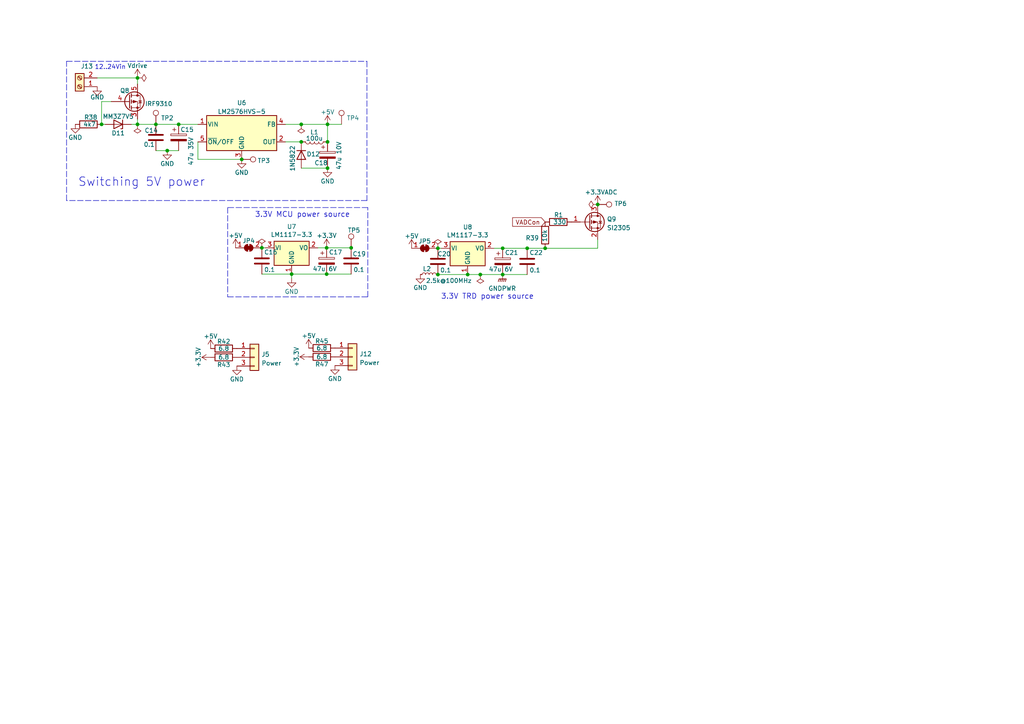
<source format=kicad_sch>
(kicad_sch (version 20211123) (generator eeschema)
  (paper "A4")
  (lib_symbols
    (symbol "Connector:Screw_Terminal_01x02" (pin_names (offset 1.016) hide)
      (property "Reference" "J" (at 0 2.54 0))
      (property "Value" "Screw_Terminal_01x02" (at 0 -5.08 0))
      (symbol "Screw_Terminal_01x02_1_1"
        (rectangle (start -1.27 1.27) (end 1.27 -3.81) (stroke (width 0.254)) (fill (type background)))
        (circle (center 0 -2.54) (radius 0.635) (stroke (width 0.1524)))
        (polyline (pts (xy -0.5334 -2.2098) (xy 0.3302 -3.048)) (stroke (width 0.1524)))
        (polyline (pts (xy -0.5334 0.3302) (xy 0.3302 -0.508)) (stroke (width 0.1524)))
        (polyline (pts (xy -0.3556 -2.032) (xy 0.508 -2.8702)) (stroke (width 0.1524)))
        (polyline (pts (xy -0.3556 0.508) (xy 0.508 -0.3302)) (stroke (width 0.1524)))
        (circle (center 0 0) (radius 0.635) (stroke (width 0.1524)))
        (pin passive line (at -5.08 0 0) (length 3.81) (name "Pin_1") (number "1"))
        (pin passive line (at -5.08 -2.54 0) (length 3.81) (name "Pin_2") (number "2"))
      )
    )
    (symbol "Connector:TestPoint" (pin_numbers hide) (pin_names (offset 0.762) hide)
      (property "Reference" "TP" (at 0 6.858 0))
      (property "Value" "TestPoint" (at 0 5.08 0))
      (symbol "TestPoint_0_1"
        (circle (center 0 3.302) (radius 0.762))
      )
      (symbol "TestPoint_1_1"
        (pin passive line (at 0 0 90) (length 2.54) (name "1") (number "1"))
      )
    )
    (symbol "Connector_Generic:Conn_01x03" (pin_names (offset 1.016) hide)
      (property "Reference" "J" (at 0 5.08 0))
      (property "Value" "Conn_01x03" (at 0 -5.08 0))
      (symbol "Conn_01x03_1_1"
        (rectangle (start -1.27 -2.413) (end 0 -2.667) (stroke (width 0.1524)))
        (rectangle (start -1.27 0.127) (end 0 -0.127) (stroke (width 0.1524)))
        (rectangle (start -1.27 2.667) (end 0 2.413) (stroke (width 0.1524)))
        (rectangle (start -1.27 3.81) (end 1.27 -3.81) (stroke (width 0.254)) (fill (type background)))
        (pin passive line (at -5.08 2.54 0) (length 3.81) (name "Pin_1") (number "1"))
        (pin passive line (at -5.08 0 0) (length 3.81) (name "Pin_2") (number "2"))
        (pin passive line (at -5.08 -2.54 0) (length 3.81) (name "Pin_3") (number "3"))
      )
    )
    (symbol "Device:C" (pin_numbers hide) (pin_names (offset 0.254))
      (property "Reference" "C" (at 0.635 2.54 0))
      (property "Value" "C" (at 0.635 -2.54 0))
      (symbol "C_0_1"
        (polyline (pts (xy -2.032 -0.762) (xy 2.032 -0.762)) (stroke (width 0.508)))
        (polyline (pts (xy -2.032 0.762) (xy 2.032 0.762)) (stroke (width 0.508)))
      )
      (symbol "C_1_1"
        (pin passive line (at 0 3.81 270) (length 2.794) (name "~") (number "1"))
        (pin passive line (at 0 -3.81 90) (length 2.794) (name "~") (number "2"))
      )
    )
    (symbol "Device:C_Polarized" (pin_numbers hide) (pin_names (offset 0.254))
      (property "Reference" "C" (at 0.635 2.54 0))
      (property "Value" "C_Polarized" (at 0.635 -2.54 0))
      (symbol "C_Polarized_0_1"
        (rectangle (start -2.286 0.508) (end 2.286 1.016))
        (polyline (pts (xy -1.778 2.286) (xy -0.762 2.286)))
        (polyline (pts (xy -1.27 2.794) (xy -1.27 1.778)))
        (rectangle (start 2.286 -0.508) (end -2.286 -1.016) (fill (type outline)))
      )
      (symbol "C_Polarized_1_1"
        (pin passive line (at 0 3.81 270) (length 2.794) (name "~") (number "1"))
        (pin passive line (at 0 -3.81 90) (length 2.794) (name "~") (number "2"))
      )
    )
    (symbol "Device:D" (pin_numbers hide) (pin_names (offset 1.016) hide)
      (property "Reference" "D" (at 0 2.54 0))
      (property "Value" "D" (at 0 -2.54 0))
      (symbol "D_0_1"
        (polyline (pts (xy -1.27 1.27) (xy -1.27 -1.27)) (stroke (width 0.254)))
        (polyline (pts (xy 1.27 0) (xy -1.27 0)))
        (polyline (pts (xy 1.27 1.27) (xy 1.27 -1.27) (xy -1.27 0) (xy 1.27 1.27)) (stroke (width 0.254)))
      )
      (symbol "D_1_1"
        (pin passive line (at -3.81 0 0) (length 2.54) (name "K") (number "1"))
        (pin passive line (at 3.81 0 180) (length 2.54) (name "A") (number "2"))
      )
    )
    (symbol "Device:D_Zener" (pin_numbers hide) (pin_names (offset 1.016) hide)
      (property "Reference" "D" (at 0 2.54 0))
      (property "Value" "D_Zener" (at 0 -2.54 0))
      (symbol "D_Zener_0_1"
        (polyline (pts (xy 1.27 0) (xy -1.27 0)))
        (polyline (pts (xy -1.27 -1.27) (xy -1.27 1.27) (xy -0.762 1.27)) (stroke (width 0.254)))
        (polyline (pts (xy 1.27 -1.27) (xy 1.27 1.27) (xy -1.27 0) (xy 1.27 -1.27)) (stroke (width 0.254)))
      )
      (symbol "D_Zener_1_1"
        (pin passive line (at -3.81 0 0) (length 2.54) (name "K") (number "1"))
        (pin passive line (at 3.81 0 180) (length 2.54) (name "A") (number "2"))
      )
    )
    (symbol "Device:L" (pin_numbers hide) (pin_names (offset 1.016) hide)
      (property "Reference" "L" (at -1.27 0 90))
      (property "Value" "L" (at 1.905 0 90))
      (symbol "L_0_1"
        (arc (start 0 -2.54) (mid 0.635 -1.905) (end 0 -1.27))
        (arc (start 0 -1.27) (mid 0.635 -0.635) (end 0 0))
        (arc (start 0 0) (mid 0.635 0.635) (end 0 1.27))
        (arc (start 0 1.27) (mid 0.635 1.905) (end 0 2.54))
      )
      (symbol "L_1_1"
        (pin passive line (at 0 3.81 270) (length 1.27) (name "1") (number "1"))
        (pin passive line (at 0 -3.81 90) (length 1.27) (name "2") (number "2"))
      )
    )
    (symbol "Device:L_Small" (pin_numbers hide) (pin_names (offset 0.254) hide)
      (property "Reference" "L" (at 0.762 1.016 0))
      (property "Value" "L_Small" (at 0.762 -1.016 0))
      (symbol "L_Small_0_1"
        (arc (start 0 -2.032) (mid 0.508 -1.524) (end 0 -1.016))
        (arc (start 0 -1.016) (mid 0.508 -0.508) (end 0 0))
        (arc (start 0 0) (mid 0.508 0.508) (end 0 1.016))
        (arc (start 0 1.016) (mid 0.508 1.524) (end 0 2.032))
      )
      (symbol "L_Small_1_1"
        (pin passive line (at 0 2.54 270) (length 0.508) (name "~") (number "1"))
        (pin passive line (at 0 -2.54 90) (length 0.508) (name "~") (number "2"))
      )
    )
    (symbol "Device:Q_PMOS_GSD" (pin_names (offset 0) hide)
      (property "Reference" "Q" (at 5.08 1.27 0))
      (property "Value" "Q_PMOS_GSD" (at 5.08 -1.27 0))
      (symbol "Q_PMOS_GSD_0_1"
        (polyline (pts (xy 0.254 0) (xy -2.54 0)))
        (polyline (pts (xy 0.254 1.905) (xy 0.254 -1.905)) (stroke (width 0.254)))
        (polyline (pts (xy 0.762 -1.27) (xy 0.762 -2.286)) (stroke (width 0.254)))
        (polyline (pts (xy 0.762 0.508) (xy 0.762 -0.508)) (stroke (width 0.254)))
        (polyline (pts (xy 0.762 2.286) (xy 0.762 1.27)) (stroke (width 0.254)))
        (polyline (pts (xy 2.54 2.54) (xy 2.54 1.778)))
        (polyline (pts (xy 2.54 -2.54) (xy 2.54 0) (xy 0.762 0)))
        (polyline (pts (xy 0.762 1.778) (xy 3.302 1.778) (xy 3.302 -1.778) (xy 0.762 -1.778)))
        (polyline (pts (xy 2.286 0) (xy 1.27 0.381) (xy 1.27 -0.381) (xy 2.286 0)) (fill (type outline)))
        (polyline (pts (xy 2.794 -0.508) (xy 2.921 -0.381) (xy 3.683 -0.381) (xy 3.81 -0.254)))
        (polyline (pts (xy 3.302 -0.381) (xy 2.921 0.254) (xy 3.683 0.254) (xy 3.302 -0.381)))
        (circle (center 1.651 0) (radius 2.794) (stroke (width 0.254)))
        (circle (center 2.54 -1.778) (radius 0.254) (fill (type outline)))
        (circle (center 2.54 1.778) (radius 0.254) (fill (type outline)))
      )
      (symbol "Q_PMOS_GSD_1_1"
        (pin input line (at -5.08 0 0) (length 2.54) (name "G") (number "1"))
        (pin passive line (at 2.54 -5.08 90) (length 2.54) (name "S") (number "2"))
        (pin passive line (at 2.54 5.08 270) (length 2.54) (name "D") (number "3"))
      )
    )
    (symbol "Device:R" (pin_numbers hide) (pin_names (offset 0))
      (property "Reference" "R" (at 2.032 0 90))
      (property "Value" "R" (at 0 0 90))
      (symbol "R_0_1"
        (rectangle (start -1.016 -2.54) (end 1.016 2.54) (stroke (width 0.254)))
      )
      (symbol "R_1_1"
        (pin passive line (at 0 3.81 270) (length 1.27) (name "~") (number "1"))
        (pin passive line (at 0 -3.81 90) (length 1.27) (name "~") (number "2"))
      )
    )
    (symbol "Jumper:SolderJumper_2_Bridged" (pin_names (offset 0) hide)
      (property "Reference" "JP" (at 0 2.032 0))
      (property "Value" "SolderJumper_2_Bridged" (at 0 -2.54 0))
      (symbol "SolderJumper_2_Bridged_0_1"
        (rectangle (start -0.508 0.508) (end 0.508 -0.508) (fill (type outline)))
        (arc (start -0.254 1.016) (mid -1.27 0) (end -0.254 -1.016))
        (arc (start -0.254 1.016) (mid -1.27 0) (end -0.254 -1.016) (fill (type outline)))
        (polyline (pts (xy -0.254 1.016) (xy -0.254 -1.016)))
        (polyline (pts (xy 0.254 1.016) (xy 0.254 -1.016)))
        (arc (start 0.254 -1.016) (mid 1.27 0) (end 0.254 1.016))
        (arc (start 0.254 -1.016) (mid 1.27 0) (end 0.254 1.016) (fill (type outline)))
      )
      (symbol "SolderJumper_2_Bridged_1_1"
        (pin passive line (at -3.81 0 0) (length 2.54) (name "A") (number "1"))
        (pin passive line (at 3.81 0 180) (length 2.54) (name "B") (number "2"))
      )
    )
    (symbol "Regulator_Linear:LM1117-3.3" (pin_names (offset 0.254))
      (property "Reference" "U" (at -3.81 3.175 0))
      (property "Value" "LM1117-3.3" (at 0 3.175 0))
      (symbol "LM1117-3.3_0_1"
        (rectangle (start -5.08 -5.08) (end 5.08 1.905) (stroke (width 0.254)) (fill (type background)))
      )
      (symbol "LM1117-3.3_1_1"
        (pin power_in line (at 0 -7.62 90) (length 2.54) (name "GND") (number "1"))
        (pin power_out line (at 7.62 0 180) (length 2.54) (name "VO") (number "2"))
        (pin power_in line (at -7.62 0 0) (length 2.54) (name "VI") (number "3"))
      )
    )
    (symbol "Regulator_Switching:LM2576HVS-5" (pin_names (offset 0.254))
      (property "Reference" "U" (at -10.16 6.35 0))
      (property "Value" "LM2576HVS-5" (at 0 6.35 0))
      (symbol "LM2576HVS-5_0_1"
        (rectangle (start -10.16 5.08) (end 10.16 -5.08) (stroke (width 0.254)) (fill (type background)))
      )
      (symbol "LM2576HVS-5_1_1"
        (pin power_in line (at -12.7 2.54 0) (length 2.54) (name "VIN") (number "1"))
        (pin output line (at 12.7 -2.54 180) (length 2.54) (name "OUT") (number "2"))
        (pin power_in line (at 0 -7.62 90) (length 2.54) (name "GND") (number "3"))
        (pin input line (at 12.7 2.54 180) (length 2.54) (name "FB") (number "4"))
        (pin input line (at -12.7 -2.54 0) (length 2.54) (name "~{ON}/OFF") (number "5"))
      )
    )
    (symbol "elements:IRF9310" (pin_names (offset 0) hide)
      (property "Reference" "Q" (at 5.08 1.27 0))
      (property "Value" "IRF9310" (at 5.08 -1.27 0))
      (symbol "IRF9310_0_1"
        (polyline (pts (xy 0.0508 0) (xy 0.254 0)))
        (polyline (pts (xy 0.762 -1.778) (xy 2.54 -1.778)))
        (polyline (pts (xy 0.762 -1.27) (xy 0.762 -2.286)) (stroke (width 0.254)))
        (polyline (pts (xy 0.762 0) (xy 2.54 0)))
        (polyline (pts (xy 0.762 0.508) (xy 0.762 -0.508)) (stroke (width 0.254)))
        (polyline (pts (xy 0.762 1.778) (xy 2.54 1.778)))
        (polyline (pts (xy 0.762 2.286) (xy 0.762 1.27)) (stroke (width 0.254)))
        (polyline (pts (xy 2.54 -1.778) (xy 2.54 -2.54)))
        (polyline (pts (xy 2.54 -1.778) (xy 2.54 0)))
        (polyline (pts (xy 2.54 2.54) (xy 2.54 1.778)))
        (polyline (pts (xy 0.254 1.905) (xy 0.254 -1.905) (xy 0.254 -1.905)) (stroke (width 0.254)))
        (polyline (pts (xy 2.286 0) (xy 1.27 -0.381) (xy 1.27 0.381) (xy 2.286 0)) (fill (type outline)))
        (polyline (pts (xy 2.54 -1.778) (xy 3.302 -1.778) (xy 3.302 1.778) (xy 2.54 1.778)))
        (polyline (pts (xy 2.794 -0.508) (xy 2.921 -0.381) (xy 3.683 -0.381) (xy 3.81 -0.254)))
        (polyline (pts (xy 3.302 -0.381) (xy 2.921 0.254) (xy 3.683 0.254) (xy 3.302 -0.381)))
        (circle (center 1.651 0) (radius 2.8194) (stroke (width 0.254)))
        (circle (center 2.54 -1.778) (radius 0.2794) (fill (type outline)))
        (circle (center 2.54 1.778) (radius 0.2794) (fill (type outline)))
      )
      (symbol "IRF9310_1_1"
        (pin passive line (at 2.54 -5.08 90) (length 2.54) hide (name "S") (number "1"))
        (pin passive line (at 2.54 -5.08 90) (length 2.54) hide (name "S") (number "2"))
        (pin passive line (at 2.54 -5.08 90) (length 2.54) (name "S") (number "3"))
        (pin input line (at -5.08 0 0) (length 5.08) (name "G") (number "4"))
        (pin passive line (at 2.54 5.08 270) (length 2.54) (name "D") (number "5"))
        (pin passive line (at 2.54 5.08 270) (length 2.54) hide (name "D") (number "6"))
        (pin passive line (at 2.54 5.08 270) (length 2.54) hide (name "D") (number "7"))
        (pin passive line (at 2.54 5.08 270) (length 2.54) hide (name "D") (number "8"))
      )
    )
    (symbol "power:+3.3V" (power) (pin_names (offset 0))
      (property "Value" "+3.3V" (at 0 3.556 0))
      (symbol "+3.3V_0_1"
        (polyline (pts (xy -0.762 1.27) (xy 0 2.54)))
        (polyline (pts (xy 0 0) (xy 0 2.54)))
        (polyline (pts (xy 0 2.54) (xy 0.762 1.27)))
      )
      (symbol "+3.3V_1_1"
        (pin power_in line (at 0 0 90) (length 0) hide (name "+3.3V") (number "1"))
      )
    )
    (symbol "power:+3.3VADC" (power) (pin_names (offset 0))
      (property "Value" "+3.3VADC" (at 0 2.54 0))
      (symbol "+3.3VADC_0_0"
        (pin power_in line (at 0 0 90) (length 0) hide (name "+3.3VADC") (number "1"))
      )
      (symbol "+3.3VADC_0_1"
        (polyline (pts (xy -0.762 1.27) (xy 0 2.54)))
        (polyline (pts (xy 0 0) (xy 0 2.54)))
        (polyline (pts (xy 0 2.54) (xy 0.762 1.27)))
      )
    )
    (symbol "power:+5V" (power) (pin_names (offset 0))
      (property "Value" "+5V" (at 0 3.556 0))
      (symbol "+5V_0_1"
        (polyline (pts (xy -0.762 1.27) (xy 0 2.54)))
        (polyline (pts (xy 0 0) (xy 0 2.54)))
        (polyline (pts (xy 0 2.54) (xy 0.762 1.27)))
      )
      (symbol "+5V_1_1"
        (pin power_in line (at 0 0 90) (length 0) hide (name "+5V") (number "1"))
      )
    )
    (symbol "power:GND" (power) (pin_names (offset 0))
      (property "Value" "GND" (at 0 -3.81 0))
      (symbol "GND_0_1"
        (polyline (pts (xy 0 0) (xy 0 -1.27) (xy 1.27 -1.27) (xy 0 -2.54) (xy -1.27 -1.27) (xy 0 -1.27)))
      )
      (symbol "GND_1_1"
        (pin power_in line (at 0 0 270) (length 0) hide (name "GND") (number "1"))
      )
    )
    (symbol "power:GNDPWR" (power) (pin_names (offset 0))
      (property "Value" "GNDPWR" (at 0 -3.302 0))
      (symbol "GNDPWR_0_1"
        (polyline (pts (xy 0 -1.27) (xy 0 0)))
        (polyline (pts (xy -1.016 -1.27) (xy -1.27 -2.032) (xy -1.27 -2.032)) (stroke (width 0.2032)))
        (polyline (pts (xy -0.508 -1.27) (xy -0.762 -2.032) (xy -0.762 -2.032)) (stroke (width 0.2032)))
        (polyline (pts (xy 0 -1.27) (xy -0.254 -2.032) (xy -0.254 -2.032)) (stroke (width 0.2032)))
        (polyline (pts (xy 0.508 -1.27) (xy 0.254 -2.032) (xy 0.254 -2.032)) (stroke (width 0.2032)))
        (polyline (pts (xy 1.016 -1.27) (xy -1.016 -1.27) (xy -1.016 -1.27)) (stroke (width 0.2032)))
        (polyline (pts (xy 1.016 -1.27) (xy 0.762 -2.032) (xy 0.762 -2.032) (xy 0.762 -2.032)) (stroke (width 0.2032)))
      )
      (symbol "GNDPWR_1_1"
        (pin power_in line (at 0 0 270) (length 0) hide (name "GNDPWR") (number "1"))
      )
    )
    (symbol "power:PWR_FLAG" (power) (pin_numbers hide) (pin_names (offset 0) hide)
      (property "Value" "PWR_FLAG" (at 0 3.81 0))
      (symbol "PWR_FLAG_0_0"
        (pin power_out line (at 0 0 90) (length 0) (name "pwr") (number "1"))
      )
      (symbol "PWR_FLAG_0_1"
        (polyline (pts (xy 0 0) (xy 0 1.27) (xy -1.016 1.905) (xy 0 2.54) (xy 1.016 1.905) (xy 0 1.27)))
      )
    )
    (symbol "power:Vdrive" (power) (pin_names (offset 0))
      (property "Value" "Vdrive" (at 0 3.81 0))
      (symbol "Vdrive_0_1"
        (polyline (pts (xy -0.762 1.27) (xy 0 2.54)))
        (polyline (pts (xy 0 0) (xy 0 2.54)))
        (polyline (pts (xy 0 2.54) (xy 0.762 1.27)))
      )
      (symbol "Vdrive_1_1"
        (pin power_in line (at 0 0 90) (length 0) hide (name "Vdrive") (number "1"))
      )
    )
  )
  (junction (at 152.908 72.009))
  (junction (at 135.636 79.629))
  (junction (at 127 79.629))
  (junction (at 39.878 36.068))
  (junction (at 75.946 71.882))
  (junction (at 94.742 79.502))
  (junction (at 87.376 36.068))
  (junction (at 45.212 36.068))
  (junction (at 145.796 72.009))
  (junction (at 39.878 22.606))
  (junction (at 94.996 48.768))
  (junction (at 94.996 41.148))
  (junction (at 29.464 36.068))
  (junction (at 173.355 59.309))
  (junction (at 158.115 72.009))
  (junction (at 70.104 46.228))
  (junction (at 139.319 79.629))
  (junction (at 145.796 79.629))
  (junction (at 94.996 36.068))
  (junction (at 51.816 36.068))
  (junction (at 87.376 41.148))
  (junction (at 84.582 79.502))
  (junction (at 48.514 43.688))
  (junction (at 127 72.009))
  (junction (at 94.742 71.882))
  (junction (at 101.854 71.882))
  (polyline (pts (xy 106.68 60.198) (xy 66.04 60.198)))
  (wire (pts (xy 101.854 71.882) (xy 94.742 71.882)))
  (wire (pts (xy 39.878 36.068) (xy 39.878 34.544)))
  (polyline (pts (xy 106.426 58.166) (xy 19.304 58.166)))
  (wire (pts (xy 135.636 79.629) (xy 139.319 79.629)))
  (wire (pts (xy 48.514 43.688) (xy 51.816 43.688)))
  (wire (pts (xy 45.212 43.688) (xy 48.514 43.688)))
  (wire (pts (xy 128.016 72.009) (xy 127 72.009)))
  (wire (pts (xy 152.908 72.009) (xy 145.796 72.009)))
  (wire (pts (xy 75.946 79.502) (xy 84.582 79.502)))
  (wire (pts (xy 152.908 79.629) (xy 145.796 79.629)))
  (wire (pts (xy 94.996 41.148) (xy 94.996 36.068)))
  (wire (pts (xy 152.908 72.009) (xy 158.115 72.009)))
  (wire (pts (xy 127 79.629) (xy 135.636 79.629)))
  (wire (pts (xy 94.996 36.068) (xy 87.376 36.068)))
  (wire (pts (xy 139.319 79.629) (xy 145.796 79.629)))
  (wire (pts (xy 82.804 41.148) (xy 87.376 41.148)))
  (wire (pts (xy 51.816 36.068) (xy 57.404 36.068)))
  (wire (pts (xy 82.804 36.068) (xy 87.376 36.068)))
  (wire (pts (xy 29.464 29.464) (xy 32.258 29.464)))
  (wire (pts (xy 57.404 41.148) (xy 57.404 46.228)))
  (wire (pts (xy 94.996 48.768) (xy 87.376 48.768)))
  (polyline (pts (xy 19.304 58.166) (xy 19.304 17.78)))
  (wire (pts (xy 99.06 36.068) (xy 94.996 36.068)))
  (wire (pts (xy 101.854 79.502) (xy 94.742 79.502)))
  (wire (pts (xy 84.582 79.502) (xy 94.742 79.502)))
  (polyline (pts (xy 66.04 86.106) (xy 106.68 86.106)))
  (polyline (pts (xy 106.68 86.106) (xy 106.68 60.198)))
  (wire (pts (xy 39.878 36.068) (xy 45.212 36.068)))
  (wire (pts (xy 45.212 36.068) (xy 51.816 36.068)))
  (wire (pts (xy 76.962 71.882) (xy 75.946 71.882)))
  (wire (pts (xy 92.202 71.882) (xy 94.742 71.882)))
  (wire (pts (xy 84.582 80.772) (xy 84.582 79.502)))
  (wire (pts (xy 173.355 69.469) (xy 173.355 72.009)))
  (wire (pts (xy 143.256 72.009) (xy 145.796 72.009)))
  (wire (pts (xy 57.404 46.228) (xy 70.104 46.228)))
  (wire (pts (xy 158.115 72.009) (xy 173.355 72.009)))
  (polyline (pts (xy 66.04 60.198) (xy 66.04 86.106)))
  (wire (pts (xy 30.48 36.068) (xy 29.464 36.068)))
  (wire (pts (xy 28.194 22.606) (xy 39.878 22.606)))
  (polyline (pts (xy 19.304 17.78) (xy 106.426 17.78)))
  (polyline (pts (xy 106.426 17.78) (xy 106.426 58.166)))
  (wire (pts (xy 39.878 22.606) (xy 39.878 24.384)))
  (wire (pts (xy 29.464 36.068) (xy 29.464 29.464)))
  (wire (pts (xy 38.1 36.068) (xy 39.878 36.068)))
  (text "Switching 5V power" (at 22.606 54.356 0) (effects (font (size 2.4892 2.4892)) (justify left bottom)))
  (text "3.3V MCU power source" (at 73.914 63.246 0) (effects (font (size 1.524 1.524)) (justify left bottom)))
  (text "12..24Vin" (at 27.432 20.32 0) (effects (font (size 1.27 1.27)) (justify left bottom)))
  (text "3.3V TRD power source" (at 127.889 86.995 0) (effects (font (size 1.524 1.524)) (justify left bottom)))
  (global_label "VADCon" (shape input) (at 158.115 64.389 180) (property "Intersheet References" "${INTERSHEET_REFS}" (effects hide)))
  (symbol (lib_id "elements:IRF9310") (at 37.338 29.464 0) (unit 1)
    (property "Reference" "Q8" (at 34.798 26.289 0) (effects (justify left)))
    (property "Value" "IRF9310" (at 42.037 30.099 0) (effects (justify left)))
    (property "Footprint" "Package_SO:SO-8_3.9x4.9mm_P1.27mm" (effects hide))
  )
  (symbol (lib_id "Device:D") (at 87.376 44.958 270) (unit 1)
    (property "Reference" "D12" (at 88.9 44.704 90) (effects (justify left)))
    (property "Value" "1N5822" (at 84.836 42.164 0) (effects (justify left)))
    (property "Footprint" "Diode_THT:D_DO-201_P3.81mm_Vertical_AnodeUp" (effects hide))
  )
  (symbol (lib_id "Device:C") (at 127 75.819 0) (unit 1)
    (property "Reference" "C20" (at 126.873 73.66 0) (effects (justify left)))
    (property "Value" "0.1" (at 127.635 78.359 0) (effects (justify left)))
    (property "Footprint" "Capacitor_SMD:C_0603_1608Metric_Pad1.08x0.95mm_HandSolder" (effects hide))
  )
  (symbol (lib_id "Jumper:SolderJumper_2_Bridged") (at 72.136 71.882 0) (unit 1)
    (property "Reference" "JP4" (at 72.136 69.8302 0))
    (property "Value" "3v3" (effects hide))
    (property "Footprint" "Jumper:SolderJumper-2_P1.3mm_Open_TrianglePad1.0x1.5mm" (effects hide))
  )
  (symbol (lib_id "power:GND") (at 121.92 79.629 0) (unit 1)
    (property "Reference" "#PWR063" (effects hide))
    (property "Value" "GND" (at 121.92 83.439 0))
  )
  (symbol (lib_id "power:PWR_FLAG") (at 127 72.009 0) (unit 1)
    (property "Reference" "#FLG07" (effects hide))
    (property "Value" "PWR_FLAG" (effects hide))
  )
  (symbol (lib_id "power:+5V") (at 119.38 72.009 0) (unit 1)
    (property "Reference" "#PWR062" (effects hide))
    (property "Value" "+5V" (at 119.38 68.453 0))
  )
  (symbol (lib_id "Device:C_Polarized") (at 94.996 44.958 0) (unit 1)
    (property "Reference" "C18" (at 91.186 47.244 0) (effects (justify left)))
    (property "Value" "47u 10V" (at 98.298 49.276 90) (effects (justify left)))
    (property "Footprint" "Capacitor_Tantalum_SMD:CP_EIA-6032-28_Kemet-C_Pad2.25x2.35mm_HandSolder" (effects hide))
  )
  (symbol (lib_id "power:GND") (at 28.194 25.146 0) (unit 1)
    (property "Reference" "#PWR053" (effects hide))
    (property "Value" "GND" (at 28.194 28.194 0))
  )
  (symbol (lib_id "power:PWR_FLAG") (at 139.319 79.629 180) (unit 1)
    (property "Reference" "#FLG08" (effects hide))
  )
  (symbol (lib_id "Connector_Generic:Conn_01x03") (at 102.235 103.505 0) (unit 1)
    (property "Reference" "J12" (at 104.267 102.6703 0) (effects (justify left)))
    (property "Value" "Power" (at 104.267 105.2072 0) (effects (justify left)))
    (property "Footprint" "Connector_JST:JST_EH_B3B-EH-A_1x03_P2.50mm_Vertical" (effects hide))
  )
  (symbol (lib_id "power:PWR_FLAG") (at 39.878 36.068 180) (unit 1)
    (property "Reference" "#FLG04" (effects hide))
    (property "Value" "PWR_FLAG" (effects hide))
  )
  (symbol (lib_id "Device:R") (at 64.897 101.092 90) (unit 1)
    (property "Reference" "R42" (at 64.897 99.06 90))
    (property "Value" "6.8" (at 64.897 101.092 90))
    (property "Footprint" "Resistor_SMD:R_0603_1608Metric_Pad0.98x0.95mm_HandSolder" (effects hide))
  )
  (symbol (lib_id "power:GND") (at 97.155 106.045 0) (unit 1)
    (property "Reference" "#PWR070" (effects hide))
    (property "Value" "GND" (at 97.155 109.855 0))
  )
  (symbol (lib_id "Device:L_Small") (at 124.46 79.629 90) (unit 1)
    (property "Reference" "L2" (at 123.825 77.978 90))
    (property "Value" "2.5k@100MHz" (at 130.175 81.407 90))
    (property "Footprint" "Inductor_SMD:L_0805_2012Metric_Pad1.15x1.40mm_HandSolder" (effects hide))
  )
  (symbol (lib_id "power:PWR_FLAG") (at 39.878 22.606 270) (unit 1)
    (property "Reference" "#FLG03" (effects hide))
  )
  (symbol (lib_id "Jumper:SolderJumper_2_Bridged") (at 123.19 72.009 0) (unit 1)
    (property "Reference" "JP5" (at 123.19 69.9572 0))
    (property "Value" "Vadc" (effects hide))
    (property "Footprint" "Jumper:SolderJumper-2_P1.3mm_Open_TrianglePad1.0x1.5mm" (effects hide))
  )
  (symbol (lib_id "power:+5V") (at 68.326 71.882 0) (unit 1)
    (property "Reference" "#PWR056" (effects hide))
    (property "Value" "+5V" (at 68.326 68.326 0))
  )
  (symbol (lib_id "Connector:Screw_Terminal_01x02") (at 23.114 25.146 180) (unit 1)
    (property "Reference" "J13" (at 25.1968 19.2278 0))
    (property "Value" "Screw_Terminal_01x02" (effects hide))
    (property "Footprint" "TerminalBlock_Phoenix:TerminalBlock_Phoenix_MKDS-1,5-2_1x02_P5.00mm_Horizontal" (effects hide))
  )
  (symbol (lib_id "Connector:TestPoint") (at 99.06 36.068 0) (unit 1)
    (property "Reference" "TP4" (at 100.5332 34.2392 0) (effects (justify left)))
    (property "Value" "5V" (effects hide))
    (property "Footprint" "TestPoint:TestPoint_THTPad_1.5x1.5mm_Drill0.7mm" (effects hide))
  )
  (symbol (lib_id "power:GND") (at 48.514 43.688 0) (unit 1)
    (property "Reference" "#PWR055" (effects hide))
    (property "Value" "GND" (at 48.514 47.498 0))
  )
  (symbol (lib_id "Device:C") (at 45.212 39.878 0) (unit 1)
    (property "Reference" "C14" (at 41.91 37.846 0) (effects (justify left)))
    (property "Value" "0.1" (at 41.656 41.91 0) (effects (justify left)))
    (property "Footprint" "Capacitor_SMD:C_0603_1608Metric_Pad1.08x0.95mm_HandSolder" (effects hide))
  )
  (symbol (lib_id "power:+5V") (at 89.535 100.965 0) (unit 1)
    (property "Reference" "#PWR067" (effects hide))
    (property "Value" "+5V" (at 89.535 97.409 0))
  )
  (symbol (lib_id "power:GND") (at 21.844 36.068 0) (unit 1)
    (property "Reference" "#PWR052" (effects hide))
    (property "Value" "GND" (at 21.844 39.878 0))
  )
  (symbol (lib_id "Connector:TestPoint") (at 173.355 59.309 270) (unit 1)
    (property "Reference" "TP6" (at 178.181 59.055 90) (effects (justify left)))
    (property "Value" "Vadc" (effects hide))
    (property "Footprint" "TestPoint:TestPoint_THTPad_1.5x1.5mm_Drill0.7mm" (effects hide))
  )
  (symbol (lib_id "power:GNDPWR") (at 145.796 79.629 0) (unit 1)
    (property "Reference" "#PWR064" (effects hide))
    (property "Value" "GNDPWR" (at 145.669 83.666 0))
  )
  (symbol (lib_id "Device:R") (at 25.654 36.068 270) (unit 1)
    (property "Reference" "R38" (at 24.384 34.036 90) (effects (justify left)))
    (property "Value" "4k7" (at 24.13 36.068 90) (effects (justify left)))
    (property "Footprint" "Resistor_SMD:R_0603_1608Metric_Pad0.98x0.95mm_HandSolder" (effects hide))
  )
  (symbol (lib_id "power:PWR_FLAG") (at 87.376 36.068 180) (unit 1)
    (property "Reference" "#FLG06" (effects hide))
    (property "Value" "PWR_FLAG" (effects hide))
  )
  (symbol (lib_id "Device:D_Zener") (at 34.29 36.068 180) (unit 1)
    (property "Reference" "D11" (at 34.29 38.608 0))
    (property "Value" "MM3Z7V5" (at 34.29 33.782 0))
    (property "Footprint" "Diode_SMD:D_0805_2012Metric_Pad1.15x1.40mm_HandSolder" (effects hide))
  )
  (symbol (lib_id "power:+3.3VADC") (at 173.355 59.309 0) (unit 1)
    (property "Reference" "#PWR065" (effects hide))
    (property "Value" "+3.3VADC" (at 174.371 55.753 0))
  )
  (symbol (lib_id "power:+5V") (at 61.087 101.092 0) (unit 1)
    (property "Reference" "#PWR022" (effects hide))
    (property "Value" "+5V" (at 61.087 97.536 0))
  )
  (symbol (lib_id "Connector:TestPoint") (at 101.854 71.882 0) (unit 1)
    (property "Reference" "TP5" (at 100.838 66.802 0) (effects (justify left)))
    (property "Value" "3.3V" (effects hide))
    (property "Footprint" "TestPoint:TestPoint_THTPad_1.5x1.5mm_Drill0.7mm" (effects hide))
  )
  (symbol (lib_id "power:PWR_FLAG") (at 75.946 71.882 0) (unit 1)
    (property "Reference" "#FLG05" (effects hide))
    (property "Value" "PWR_FLAG" (effects hide))
  )
  (symbol (lib_id "Connector:TestPoint") (at 45.212 36.068 0) (unit 1)
    (property "Reference" "TP2" (at 46.6852 34.2392 0) (effects (justify left)))
    (property "Value" "Vin" (effects hide))
    (property "Footprint" "TestPoint:TestPoint_THTPad_1.5x1.5mm_Drill0.7mm" (effects hide))
  )
  (symbol (lib_id "Connector_Generic:Conn_01x03") (at 73.787 103.632 0) (unit 1)
    (property "Reference" "J5" (at 75.819 102.7973 0) (effects (justify left)))
    (property "Value" "Power" (at 75.819 105.3342 0) (effects (justify left)))
    (property "Footprint" "Connector_JST:JST_EH_B3B-EH-A_1x03_P2.50mm_Vertical" (effects hide))
  )
  (symbol (lib_id "Device:R") (at 64.897 103.632 90) (unit 1)
    (property "Reference" "R43" (at 64.897 105.791 90))
    (property "Value" "6.8" (at 64.897 103.632 90))
    (property "Footprint" "Resistor_SMD:R_0603_1608Metric_Pad0.98x0.95mm_HandSolder" (effects hide))
  )
  (symbol (lib_id "power:+3.3V") (at 89.535 103.505 90) (unit 1)
    (property "Reference" "#PWR068" (effects hide))
    (property "Value" "+3.3V" (at 85.979 103.505 0))
  )
  (symbol (lib_id "Device:C_Polarized") (at 145.796 75.819 0) (unit 1)
    (property "Reference" "C21" (at 146.431 73.279 0) (effects (justify left)))
    (property "Value" "47u 6V" (at 141.732 78.105 0) (effects (justify left)))
    (property "Footprint" "Capacitor_Tantalum_SMD:CP_EIA-3216-18_Kemet-A_Pad1.58x1.35mm_HandSolder" (effects hide))
  )
  (symbol (lib_id "Device:C_Polarized") (at 51.816 39.878 0) (unit 1)
    (property "Reference" "C15" (at 52.324 37.592 0) (effects (justify left)))
    (property "Value" "47u 35V" (at 55.372 48.006 90) (effects (justify left)))
    (property "Footprint" "Capacitor_Tantalum_SMD:CP_EIA-6032-28_Kemet-C_Pad2.25x2.35mm_HandSolder" (effects hide))
  )
  (symbol (lib_id "power:GND") (at 70.104 46.228 0) (unit 1)
    (property "Reference" "#PWR057" (effects hide))
    (property "Value" "GND" (at 70.104 50.038 0))
  )
  (symbol (lib_id "power:+3.3V") (at 94.742 71.882 0) (unit 1)
    (property "Reference" "#PWR059" (effects hide))
    (property "Value" "+3.3V" (at 94.742 68.326 0))
  )
  (symbol (lib_id "Device:C_Polarized") (at 94.742 75.692 0) (unit 1)
    (property "Reference" "C17" (at 95.377 73.152 0) (effects (justify left)))
    (property "Value" "47u 6V" (at 90.678 77.978 0) (effects (justify left)))
    (property "Footprint" "Capacitor_Tantalum_SMD:CP_EIA-3216-18_Kemet-A_Pad1.58x1.35mm_HandSolder" (effects hide))
  )
  (symbol (lib_id "Device:Q_PMOS_GSD") (at 170.815 64.389 0) (unit 1)
    (property "Reference" "Q9" (at 176.022 63.5543 0) (effects (justify left)))
    (property "Value" "SI2305" (at 176.022 66.0912 0) (effects (justify left)))
    (property "Footprint" "Package_TO_SOT_SMD:SOT-23_Handsoldering" (effects hide))
  )
  (symbol (lib_id "power:Vdrive") (at 39.878 22.606 0) (unit 1)
    (property "Reference" "#PWR054" (effects hide))
    (property "Value" "Vdrive" (at 39.878 19.0302 0))
  )
  (symbol (lib_id "Device:L") (at 91.186 41.148 270) (unit 1)
    (property "Reference" "L1" (at 91.186 38.354 90))
    (property "Value" "100u" (at 91.186 40.132 90))
    (property "Footprint" "Inductor_THT:L_Toroid_Horizontal_D6.5mm_P10.00mm_Diameter7-5mm_Amidon-T25" (effects hide))
  )
  (symbol (lib_id "Regulator_Linear:LM1117-3.3") (at 84.582 71.882 0) (unit 1)
    (property "Reference" "U7" (at 84.582 65.7352 0))
    (property "Value" "LM1117-3.3" (at 84.582 68.0466 0))
    (property "Footprint" "Package_TO_SOT_SMD:SOT-223-3_TabPin2" (effects hide))
    (property "Datasheet" "http://www.ti.com/lit/ds/symlink/lm1117.pdf" (effects hide))
  )
  (symbol (lib_id "Device:C") (at 152.908 75.819 0) (unit 1)
    (property "Reference" "C22" (at 153.543 73.279 0) (effects (justify left)))
    (property "Value" "0.1" (at 153.543 78.359 0) (effects (justify left)))
    (property "Footprint" "Capacitor_SMD:C_0603_1608Metric_Pad1.08x0.95mm_HandSolder" (effects hide))
  )
  (symbol (lib_id "Device:C") (at 75.946 75.692 0) (unit 1)
    (property "Reference" "C16" (at 76.581 73.152 0) (effects (justify left)))
    (property "Value" "0.1" (at 76.581 78.232 0) (effects (justify left)))
    (property "Footprint" "Capacitor_SMD:C_0603_1608Metric_Pad1.08x0.95mm_HandSolder" (effects hide))
  )
  (symbol (lib_id "Connector:TestPoint") (at 70.104 46.228 270) (unit 1)
    (property "Reference" "TP3" (at 74.676 46.609 90) (effects (justify left)))
    (property "Value" "Gnd" (effects hide))
    (property "Footprint" "TestPoint:TestPoint_THTPad_1.5x1.5mm_Drill0.7mm" (effects hide))
  )
  (symbol (lib_id "power:+3.3V") (at 61.087 103.632 90) (unit 1)
    (property "Reference" "#PWR041" (effects hide))
    (property "Value" "+3.3V" (at 57.531 103.632 0))
  )
  (symbol (lib_id "power:+5V") (at 94.996 36.068 0) (unit 1)
    (property "Reference" "#PWR060" (effects hide))
    (property "Value" "+5V" (at 94.996 32.512 0))
  )
  (symbol (lib_id "Device:R") (at 161.925 64.389 270) (unit 1)
    (property "Reference" "R1" (at 160.655 62.357 90) (effects (justify left)))
    (property "Value" "330" (at 160.401 64.389 90) (effects (justify left)))
    (property "Footprint" "Resistor_SMD:R_0603_1608Metric_Pad0.98x0.95mm_HandSolder" (effects hide))
  )
  (symbol (lib_id "Device:C") (at 101.854 75.692 0) (unit 1)
    (property "Reference" "C19" (at 102.235 73.66 0) (effects (justify left)))
    (property "Value" "0.1" (at 102.489 78.232 0) (effects (justify left)))
    (property "Footprint" "Capacitor_SMD:C_0603_1608Metric_Pad1.08x0.95mm_HandSolder" (effects hide))
  )
  (symbol (lib_id "Device:R") (at 93.345 103.505 90) (unit 1)
    (property "Reference" "R47" (at 93.345 105.664 90))
    (property "Value" "6.8" (at 93.345 103.505 90))
    (property "Footprint" "Resistor_SMD:R_0603_1608Metric_Pad0.98x0.95mm_HandSolder" (effects hide))
  )
  (symbol (lib_id "power:GND") (at 68.707 106.172 0) (unit 1)
    (property "Reference" "#PWR066" (effects hide))
    (property "Value" "GND" (at 68.707 109.982 0))
  )
  (symbol (lib_id "power:GND") (at 84.582 80.772 0) (unit 1)
    (property "Reference" "#PWR058" (effects hide))
    (property "Value" "GND" (at 84.582 84.582 0))
  )
  (symbol (lib_id "Regulator_Linear:LM1117-3.3") (at 135.636 72.009 0) (unit 1)
    (property "Reference" "U8" (at 135.636 65.8622 0))
    (property "Value" "LM1117-3.3" (at 135.636 68.1736 0))
    (property "Footprint" "Package_TO_SOT_SMD:SOT-223-3_TabPin2" (effects hide))
    (property "Datasheet" "http://www.ti.com/lit/ds/symlink/lm1117.pdf" (effects hide))
  )
  (symbol (lib_id "power:GND") (at 94.996 48.768 0) (unit 1)
    (property "Reference" "#PWR061" (effects hide))
    (property "Value" "GND" (at 94.996 52.578 0))
  )
  (symbol (lib_id "power:PWR_FLAG") (at 173.355 59.309 90) (unit 1)
    (property "Reference" "#FLG09" (effects hide))
  )
  (symbol (lib_id "Regulator_Switching:LM2576HVS-5") (at 70.104 38.608 0) (unit 1)
    (property "Reference" "U6" (at 70.104 29.8282 0))
    (property "Value" "LM2576HVS-5" (at 70.104 32.3651 0))
    (property "Footprint" "Package_TO_SOT_SMD:TO-263-5_TabPin3" (effects hide))
    (property "Datasheet" "http://www.ti.com/lit/ds/symlink/lm2576.pdf" (effects hide))
  )
  (symbol (lib_id "Device:R") (at 93.345 100.965 90) (unit 1)
    (property "Reference" "R45" (at 93.345 98.933 90))
    (property "Value" "6.8" (at 93.345 100.965 90))
    (property "Footprint" "Resistor_SMD:R_0603_1608Metric_Pad0.98x0.95mm_HandSolder" (effects hide))
  )
  (symbol (lib_id "Device:R") (at 158.115 68.199 180) (unit 1)
    (property "Reference" "R39" (at 156.337 69.0337 0) (effects (justify left)))
    (property "Value" "10k" (at 157.988 66.548 90) (effects (justify left)))
    (property "Footprint" "Resistor_SMD:R_0603_1608Metric_Pad0.98x0.95mm_HandSolder" (effects hide))
  )
)
</source>
